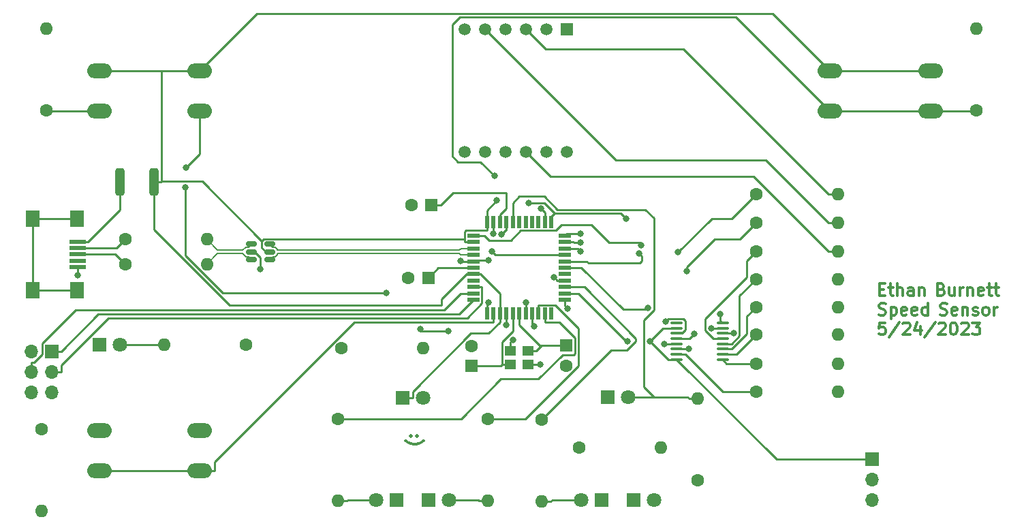
<source format=gbr>
%TF.GenerationSoftware,KiCad,Pcbnew,(7.0.0)*%
%TF.CreationDate,2023-05-30T12:42:47-06:00*%
%TF.ProjectId,GolfSpeedSensor,476f6c66-5370-4656-9564-53656e736f72,rev?*%
%TF.SameCoordinates,Original*%
%TF.FileFunction,Copper,L1,Top*%
%TF.FilePolarity,Positive*%
%FSLAX46Y46*%
G04 Gerber Fmt 4.6, Leading zero omitted, Abs format (unit mm)*
G04 Created by KiCad (PCBNEW (7.0.0)) date 2023-05-30 12:42:47*
%MOMM*%
%LPD*%
G01*
G04 APERTURE LIST*
G04 Aperture macros list*
%AMRoundRect*
0 Rectangle with rounded corners*
0 $1 Rounding radius*
0 $2 $3 $4 $5 $6 $7 $8 $9 X,Y pos of 4 corners*
0 Add a 4 corners polygon primitive as box body*
4,1,4,$2,$3,$4,$5,$6,$7,$8,$9,$2,$3,0*
0 Add four circle primitives for the rounded corners*
1,1,$1+$1,$2,$3*
1,1,$1+$1,$4,$5*
1,1,$1+$1,$6,$7*
1,1,$1+$1,$8,$9*
0 Add four rect primitives between the rounded corners*
20,1,$1+$1,$2,$3,$4,$5,0*
20,1,$1+$1,$4,$5,$6,$7,0*
20,1,$1+$1,$6,$7,$8,$9,0*
20,1,$1+$1,$8,$9,$2,$3,0*%
G04 Aperture macros list end*
%ADD10C,0.300000*%
%TA.AperFunction,NonConductor*%
%ADD11C,0.300000*%
%TD*%
%TA.AperFunction,SMDPad,CuDef*%
%ADD12R,1.500000X0.550000*%
%TD*%
%TA.AperFunction,SMDPad,CuDef*%
%ADD13R,0.550000X1.500000*%
%TD*%
%TA.AperFunction,ComponentPad*%
%ADD14C,1.600000*%
%TD*%
%TA.AperFunction,ComponentPad*%
%ADD15O,1.600000X1.600000*%
%TD*%
%TA.AperFunction,SMDPad,CuDef*%
%ADD16R,2.000000X0.500000*%
%TD*%
%TA.AperFunction,SMDPad,CuDef*%
%ADD17R,1.700000X2.000000*%
%TD*%
%TA.AperFunction,ComponentPad*%
%ADD18O,3.048000X1.850000*%
%TD*%
%TA.AperFunction,ComponentPad*%
%ADD19R,1.800000X1.800000*%
%TD*%
%TA.AperFunction,ComponentPad*%
%ADD20C,1.800000*%
%TD*%
%TA.AperFunction,SMDPad,CuDef*%
%ADD21R,1.400000X1.200000*%
%TD*%
%TA.AperFunction,ComponentPad*%
%ADD22R,1.700000X1.700000*%
%TD*%
%TA.AperFunction,ComponentPad*%
%ADD23O,1.700000X1.700000*%
%TD*%
%TA.AperFunction,SMDPad,CuDef*%
%ADD24RoundRect,0.150000X-0.512500X-0.150000X0.512500X-0.150000X0.512500X0.150000X-0.512500X0.150000X0*%
%TD*%
%TA.AperFunction,SMDPad,CuDef*%
%ADD25RoundRect,0.250000X-0.312500X-1.450000X0.312500X-1.450000X0.312500X1.450000X-0.312500X1.450000X0*%
%TD*%
%TA.AperFunction,ComponentPad*%
%ADD26R,1.600000X1.600000*%
%TD*%
%TA.AperFunction,ComponentPad*%
%ADD27R,1.500000X1.500000*%
%TD*%
%TA.AperFunction,ComponentPad*%
%ADD28C,1.500000*%
%TD*%
%TA.AperFunction,SMDPad,CuDef*%
%ADD29RoundRect,0.100000X0.637500X0.100000X-0.637500X0.100000X-0.637500X-0.100000X0.637500X-0.100000X0*%
%TD*%
%TA.AperFunction,ViaPad*%
%ADD30C,0.800000*%
%TD*%
%TA.AperFunction,Conductor*%
%ADD31C,0.250000*%
%TD*%
%TA.AperFunction,Conductor*%
%ADD32C,0.200000*%
%TD*%
G04 APERTURE END LIST*
D10*
D11*
X195357142Y-96027857D02*
X195857142Y-96027857D01*
X196071428Y-96813571D02*
X195357142Y-96813571D01*
X195357142Y-96813571D02*
X195357142Y-95313571D01*
X195357142Y-95313571D02*
X196071428Y-95313571D01*
X196500000Y-95813571D02*
X197071428Y-95813571D01*
X196714285Y-95313571D02*
X196714285Y-96599285D01*
X196714285Y-96599285D02*
X196785714Y-96742142D01*
X196785714Y-96742142D02*
X196928571Y-96813571D01*
X196928571Y-96813571D02*
X197071428Y-96813571D01*
X197571428Y-96813571D02*
X197571428Y-95313571D01*
X198214286Y-96813571D02*
X198214286Y-96027857D01*
X198214286Y-96027857D02*
X198142857Y-95885000D01*
X198142857Y-95885000D02*
X198000000Y-95813571D01*
X198000000Y-95813571D02*
X197785714Y-95813571D01*
X197785714Y-95813571D02*
X197642857Y-95885000D01*
X197642857Y-95885000D02*
X197571428Y-95956428D01*
X199571429Y-96813571D02*
X199571429Y-96027857D01*
X199571429Y-96027857D02*
X199500000Y-95885000D01*
X199500000Y-95885000D02*
X199357143Y-95813571D01*
X199357143Y-95813571D02*
X199071429Y-95813571D01*
X199071429Y-95813571D02*
X198928571Y-95885000D01*
X199571429Y-96742142D02*
X199428571Y-96813571D01*
X199428571Y-96813571D02*
X199071429Y-96813571D01*
X199071429Y-96813571D02*
X198928571Y-96742142D01*
X198928571Y-96742142D02*
X198857143Y-96599285D01*
X198857143Y-96599285D02*
X198857143Y-96456428D01*
X198857143Y-96456428D02*
X198928571Y-96313571D01*
X198928571Y-96313571D02*
X199071429Y-96242142D01*
X199071429Y-96242142D02*
X199428571Y-96242142D01*
X199428571Y-96242142D02*
X199571429Y-96170714D01*
X200285714Y-95813571D02*
X200285714Y-96813571D01*
X200285714Y-95956428D02*
X200357143Y-95885000D01*
X200357143Y-95885000D02*
X200500000Y-95813571D01*
X200500000Y-95813571D02*
X200714286Y-95813571D01*
X200714286Y-95813571D02*
X200857143Y-95885000D01*
X200857143Y-95885000D02*
X200928572Y-96027857D01*
X200928572Y-96027857D02*
X200928572Y-96813571D01*
X203042857Y-96027857D02*
X203257143Y-96099285D01*
X203257143Y-96099285D02*
X203328572Y-96170714D01*
X203328572Y-96170714D02*
X203400000Y-96313571D01*
X203400000Y-96313571D02*
X203400000Y-96527857D01*
X203400000Y-96527857D02*
X203328572Y-96670714D01*
X203328572Y-96670714D02*
X203257143Y-96742142D01*
X203257143Y-96742142D02*
X203114286Y-96813571D01*
X203114286Y-96813571D02*
X202542857Y-96813571D01*
X202542857Y-96813571D02*
X202542857Y-95313571D01*
X202542857Y-95313571D02*
X203042857Y-95313571D01*
X203042857Y-95313571D02*
X203185715Y-95385000D01*
X203185715Y-95385000D02*
X203257143Y-95456428D01*
X203257143Y-95456428D02*
X203328572Y-95599285D01*
X203328572Y-95599285D02*
X203328572Y-95742142D01*
X203328572Y-95742142D02*
X203257143Y-95885000D01*
X203257143Y-95885000D02*
X203185715Y-95956428D01*
X203185715Y-95956428D02*
X203042857Y-96027857D01*
X203042857Y-96027857D02*
X202542857Y-96027857D01*
X204685715Y-95813571D02*
X204685715Y-96813571D01*
X204042857Y-95813571D02*
X204042857Y-96599285D01*
X204042857Y-96599285D02*
X204114286Y-96742142D01*
X204114286Y-96742142D02*
X204257143Y-96813571D01*
X204257143Y-96813571D02*
X204471429Y-96813571D01*
X204471429Y-96813571D02*
X204614286Y-96742142D01*
X204614286Y-96742142D02*
X204685715Y-96670714D01*
X205400000Y-96813571D02*
X205400000Y-95813571D01*
X205400000Y-96099285D02*
X205471429Y-95956428D01*
X205471429Y-95956428D02*
X205542858Y-95885000D01*
X205542858Y-95885000D02*
X205685715Y-95813571D01*
X205685715Y-95813571D02*
X205828572Y-95813571D01*
X206328571Y-95813571D02*
X206328571Y-96813571D01*
X206328571Y-95956428D02*
X206400000Y-95885000D01*
X206400000Y-95885000D02*
X206542857Y-95813571D01*
X206542857Y-95813571D02*
X206757143Y-95813571D01*
X206757143Y-95813571D02*
X206900000Y-95885000D01*
X206900000Y-95885000D02*
X206971429Y-96027857D01*
X206971429Y-96027857D02*
X206971429Y-96813571D01*
X208257143Y-96742142D02*
X208114286Y-96813571D01*
X208114286Y-96813571D02*
X207828572Y-96813571D01*
X207828572Y-96813571D02*
X207685714Y-96742142D01*
X207685714Y-96742142D02*
X207614286Y-96599285D01*
X207614286Y-96599285D02*
X207614286Y-96027857D01*
X207614286Y-96027857D02*
X207685714Y-95885000D01*
X207685714Y-95885000D02*
X207828572Y-95813571D01*
X207828572Y-95813571D02*
X208114286Y-95813571D01*
X208114286Y-95813571D02*
X208257143Y-95885000D01*
X208257143Y-95885000D02*
X208328572Y-96027857D01*
X208328572Y-96027857D02*
X208328572Y-96170714D01*
X208328572Y-96170714D02*
X207614286Y-96313571D01*
X208757143Y-95813571D02*
X209328571Y-95813571D01*
X208971428Y-95313571D02*
X208971428Y-96599285D01*
X208971428Y-96599285D02*
X209042857Y-96742142D01*
X209042857Y-96742142D02*
X209185714Y-96813571D01*
X209185714Y-96813571D02*
X209328571Y-96813571D01*
X209614286Y-95813571D02*
X210185714Y-95813571D01*
X209828571Y-95313571D02*
X209828571Y-96599285D01*
X209828571Y-96599285D02*
X209900000Y-96742142D01*
X209900000Y-96742142D02*
X210042857Y-96813571D01*
X210042857Y-96813571D02*
X210185714Y-96813571D01*
X195285714Y-99172142D02*
X195500000Y-99243571D01*
X195500000Y-99243571D02*
X195857142Y-99243571D01*
X195857142Y-99243571D02*
X196000000Y-99172142D01*
X196000000Y-99172142D02*
X196071428Y-99100714D01*
X196071428Y-99100714D02*
X196142857Y-98957857D01*
X196142857Y-98957857D02*
X196142857Y-98815000D01*
X196142857Y-98815000D02*
X196071428Y-98672142D01*
X196071428Y-98672142D02*
X196000000Y-98600714D01*
X196000000Y-98600714D02*
X195857142Y-98529285D01*
X195857142Y-98529285D02*
X195571428Y-98457857D01*
X195571428Y-98457857D02*
X195428571Y-98386428D01*
X195428571Y-98386428D02*
X195357142Y-98315000D01*
X195357142Y-98315000D02*
X195285714Y-98172142D01*
X195285714Y-98172142D02*
X195285714Y-98029285D01*
X195285714Y-98029285D02*
X195357142Y-97886428D01*
X195357142Y-97886428D02*
X195428571Y-97815000D01*
X195428571Y-97815000D02*
X195571428Y-97743571D01*
X195571428Y-97743571D02*
X195928571Y-97743571D01*
X195928571Y-97743571D02*
X196142857Y-97815000D01*
X196785713Y-98243571D02*
X196785713Y-99743571D01*
X196785713Y-98315000D02*
X196928571Y-98243571D01*
X196928571Y-98243571D02*
X197214285Y-98243571D01*
X197214285Y-98243571D02*
X197357142Y-98315000D01*
X197357142Y-98315000D02*
X197428571Y-98386428D01*
X197428571Y-98386428D02*
X197499999Y-98529285D01*
X197499999Y-98529285D02*
X197499999Y-98957857D01*
X197499999Y-98957857D02*
X197428571Y-99100714D01*
X197428571Y-99100714D02*
X197357142Y-99172142D01*
X197357142Y-99172142D02*
X197214285Y-99243571D01*
X197214285Y-99243571D02*
X196928571Y-99243571D01*
X196928571Y-99243571D02*
X196785713Y-99172142D01*
X198714285Y-99172142D02*
X198571428Y-99243571D01*
X198571428Y-99243571D02*
X198285714Y-99243571D01*
X198285714Y-99243571D02*
X198142856Y-99172142D01*
X198142856Y-99172142D02*
X198071428Y-99029285D01*
X198071428Y-99029285D02*
X198071428Y-98457857D01*
X198071428Y-98457857D02*
X198142856Y-98315000D01*
X198142856Y-98315000D02*
X198285714Y-98243571D01*
X198285714Y-98243571D02*
X198571428Y-98243571D01*
X198571428Y-98243571D02*
X198714285Y-98315000D01*
X198714285Y-98315000D02*
X198785714Y-98457857D01*
X198785714Y-98457857D02*
X198785714Y-98600714D01*
X198785714Y-98600714D02*
X198071428Y-98743571D01*
X199999999Y-99172142D02*
X199857142Y-99243571D01*
X199857142Y-99243571D02*
X199571428Y-99243571D01*
X199571428Y-99243571D02*
X199428570Y-99172142D01*
X199428570Y-99172142D02*
X199357142Y-99029285D01*
X199357142Y-99029285D02*
X199357142Y-98457857D01*
X199357142Y-98457857D02*
X199428570Y-98315000D01*
X199428570Y-98315000D02*
X199571428Y-98243571D01*
X199571428Y-98243571D02*
X199857142Y-98243571D01*
X199857142Y-98243571D02*
X199999999Y-98315000D01*
X199999999Y-98315000D02*
X200071428Y-98457857D01*
X200071428Y-98457857D02*
X200071428Y-98600714D01*
X200071428Y-98600714D02*
X199357142Y-98743571D01*
X201357142Y-99243571D02*
X201357142Y-97743571D01*
X201357142Y-99172142D02*
X201214284Y-99243571D01*
X201214284Y-99243571D02*
X200928570Y-99243571D01*
X200928570Y-99243571D02*
X200785713Y-99172142D01*
X200785713Y-99172142D02*
X200714284Y-99100714D01*
X200714284Y-99100714D02*
X200642856Y-98957857D01*
X200642856Y-98957857D02*
X200642856Y-98529285D01*
X200642856Y-98529285D02*
X200714284Y-98386428D01*
X200714284Y-98386428D02*
X200785713Y-98315000D01*
X200785713Y-98315000D02*
X200928570Y-98243571D01*
X200928570Y-98243571D02*
X201214284Y-98243571D01*
X201214284Y-98243571D02*
X201357142Y-98315000D01*
X202899999Y-99172142D02*
X203114285Y-99243571D01*
X203114285Y-99243571D02*
X203471427Y-99243571D01*
X203471427Y-99243571D02*
X203614285Y-99172142D01*
X203614285Y-99172142D02*
X203685713Y-99100714D01*
X203685713Y-99100714D02*
X203757142Y-98957857D01*
X203757142Y-98957857D02*
X203757142Y-98815000D01*
X203757142Y-98815000D02*
X203685713Y-98672142D01*
X203685713Y-98672142D02*
X203614285Y-98600714D01*
X203614285Y-98600714D02*
X203471427Y-98529285D01*
X203471427Y-98529285D02*
X203185713Y-98457857D01*
X203185713Y-98457857D02*
X203042856Y-98386428D01*
X203042856Y-98386428D02*
X202971427Y-98315000D01*
X202971427Y-98315000D02*
X202899999Y-98172142D01*
X202899999Y-98172142D02*
X202899999Y-98029285D01*
X202899999Y-98029285D02*
X202971427Y-97886428D01*
X202971427Y-97886428D02*
X203042856Y-97815000D01*
X203042856Y-97815000D02*
X203185713Y-97743571D01*
X203185713Y-97743571D02*
X203542856Y-97743571D01*
X203542856Y-97743571D02*
X203757142Y-97815000D01*
X204971427Y-99172142D02*
X204828570Y-99243571D01*
X204828570Y-99243571D02*
X204542856Y-99243571D01*
X204542856Y-99243571D02*
X204399998Y-99172142D01*
X204399998Y-99172142D02*
X204328570Y-99029285D01*
X204328570Y-99029285D02*
X204328570Y-98457857D01*
X204328570Y-98457857D02*
X204399998Y-98315000D01*
X204399998Y-98315000D02*
X204542856Y-98243571D01*
X204542856Y-98243571D02*
X204828570Y-98243571D01*
X204828570Y-98243571D02*
X204971427Y-98315000D01*
X204971427Y-98315000D02*
X205042856Y-98457857D01*
X205042856Y-98457857D02*
X205042856Y-98600714D01*
X205042856Y-98600714D02*
X204328570Y-98743571D01*
X205685712Y-98243571D02*
X205685712Y-99243571D01*
X205685712Y-98386428D02*
X205757141Y-98315000D01*
X205757141Y-98315000D02*
X205899998Y-98243571D01*
X205899998Y-98243571D02*
X206114284Y-98243571D01*
X206114284Y-98243571D02*
X206257141Y-98315000D01*
X206257141Y-98315000D02*
X206328570Y-98457857D01*
X206328570Y-98457857D02*
X206328570Y-99243571D01*
X206971427Y-99172142D02*
X207114284Y-99243571D01*
X207114284Y-99243571D02*
X207399998Y-99243571D01*
X207399998Y-99243571D02*
X207542855Y-99172142D01*
X207542855Y-99172142D02*
X207614284Y-99029285D01*
X207614284Y-99029285D02*
X207614284Y-98957857D01*
X207614284Y-98957857D02*
X207542855Y-98815000D01*
X207542855Y-98815000D02*
X207399998Y-98743571D01*
X207399998Y-98743571D02*
X207185713Y-98743571D01*
X207185713Y-98743571D02*
X207042855Y-98672142D01*
X207042855Y-98672142D02*
X206971427Y-98529285D01*
X206971427Y-98529285D02*
X206971427Y-98457857D01*
X206971427Y-98457857D02*
X207042855Y-98315000D01*
X207042855Y-98315000D02*
X207185713Y-98243571D01*
X207185713Y-98243571D02*
X207399998Y-98243571D01*
X207399998Y-98243571D02*
X207542855Y-98315000D01*
X208471427Y-99243571D02*
X208328570Y-99172142D01*
X208328570Y-99172142D02*
X208257141Y-99100714D01*
X208257141Y-99100714D02*
X208185713Y-98957857D01*
X208185713Y-98957857D02*
X208185713Y-98529285D01*
X208185713Y-98529285D02*
X208257141Y-98386428D01*
X208257141Y-98386428D02*
X208328570Y-98315000D01*
X208328570Y-98315000D02*
X208471427Y-98243571D01*
X208471427Y-98243571D02*
X208685713Y-98243571D01*
X208685713Y-98243571D02*
X208828570Y-98315000D01*
X208828570Y-98315000D02*
X208899999Y-98386428D01*
X208899999Y-98386428D02*
X208971427Y-98529285D01*
X208971427Y-98529285D02*
X208971427Y-98957857D01*
X208971427Y-98957857D02*
X208899999Y-99100714D01*
X208899999Y-99100714D02*
X208828570Y-99172142D01*
X208828570Y-99172142D02*
X208685713Y-99243571D01*
X208685713Y-99243571D02*
X208471427Y-99243571D01*
X209614284Y-99243571D02*
X209614284Y-98243571D01*
X209614284Y-98529285D02*
X209685713Y-98386428D01*
X209685713Y-98386428D02*
X209757142Y-98315000D01*
X209757142Y-98315000D02*
X209899999Y-98243571D01*
X209899999Y-98243571D02*
X210042856Y-98243571D01*
X196071428Y-100173571D02*
X195357142Y-100173571D01*
X195357142Y-100173571D02*
X195285714Y-100887857D01*
X195285714Y-100887857D02*
X195357142Y-100816428D01*
X195357142Y-100816428D02*
X195500000Y-100745000D01*
X195500000Y-100745000D02*
X195857142Y-100745000D01*
X195857142Y-100745000D02*
X196000000Y-100816428D01*
X196000000Y-100816428D02*
X196071428Y-100887857D01*
X196071428Y-100887857D02*
X196142857Y-101030714D01*
X196142857Y-101030714D02*
X196142857Y-101387857D01*
X196142857Y-101387857D02*
X196071428Y-101530714D01*
X196071428Y-101530714D02*
X196000000Y-101602142D01*
X196000000Y-101602142D02*
X195857142Y-101673571D01*
X195857142Y-101673571D02*
X195500000Y-101673571D01*
X195500000Y-101673571D02*
X195357142Y-101602142D01*
X195357142Y-101602142D02*
X195285714Y-101530714D01*
X197857142Y-100102142D02*
X196571428Y-102030714D01*
X198285714Y-100316428D02*
X198357142Y-100245000D01*
X198357142Y-100245000D02*
X198500000Y-100173571D01*
X198500000Y-100173571D02*
X198857142Y-100173571D01*
X198857142Y-100173571D02*
X199000000Y-100245000D01*
X199000000Y-100245000D02*
X199071428Y-100316428D01*
X199071428Y-100316428D02*
X199142857Y-100459285D01*
X199142857Y-100459285D02*
X199142857Y-100602142D01*
X199142857Y-100602142D02*
X199071428Y-100816428D01*
X199071428Y-100816428D02*
X198214285Y-101673571D01*
X198214285Y-101673571D02*
X199142857Y-101673571D01*
X200428571Y-100673571D02*
X200428571Y-101673571D01*
X200071428Y-100102142D02*
X199714285Y-101173571D01*
X199714285Y-101173571D02*
X200642856Y-101173571D01*
X202285713Y-100102142D02*
X200999999Y-102030714D01*
X202714285Y-100316428D02*
X202785713Y-100245000D01*
X202785713Y-100245000D02*
X202928571Y-100173571D01*
X202928571Y-100173571D02*
X203285713Y-100173571D01*
X203285713Y-100173571D02*
X203428571Y-100245000D01*
X203428571Y-100245000D02*
X203499999Y-100316428D01*
X203499999Y-100316428D02*
X203571428Y-100459285D01*
X203571428Y-100459285D02*
X203571428Y-100602142D01*
X203571428Y-100602142D02*
X203499999Y-100816428D01*
X203499999Y-100816428D02*
X202642856Y-101673571D01*
X202642856Y-101673571D02*
X203571428Y-101673571D01*
X204499999Y-100173571D02*
X204642856Y-100173571D01*
X204642856Y-100173571D02*
X204785713Y-100245000D01*
X204785713Y-100245000D02*
X204857142Y-100316428D01*
X204857142Y-100316428D02*
X204928570Y-100459285D01*
X204928570Y-100459285D02*
X204999999Y-100745000D01*
X204999999Y-100745000D02*
X204999999Y-101102142D01*
X204999999Y-101102142D02*
X204928570Y-101387857D01*
X204928570Y-101387857D02*
X204857142Y-101530714D01*
X204857142Y-101530714D02*
X204785713Y-101602142D01*
X204785713Y-101602142D02*
X204642856Y-101673571D01*
X204642856Y-101673571D02*
X204499999Y-101673571D01*
X204499999Y-101673571D02*
X204357142Y-101602142D01*
X204357142Y-101602142D02*
X204285713Y-101530714D01*
X204285713Y-101530714D02*
X204214284Y-101387857D01*
X204214284Y-101387857D02*
X204142856Y-101102142D01*
X204142856Y-101102142D02*
X204142856Y-100745000D01*
X204142856Y-100745000D02*
X204214284Y-100459285D01*
X204214284Y-100459285D02*
X204285713Y-100316428D01*
X204285713Y-100316428D02*
X204357142Y-100245000D01*
X204357142Y-100245000D02*
X204499999Y-100173571D01*
X205571427Y-100316428D02*
X205642855Y-100245000D01*
X205642855Y-100245000D02*
X205785713Y-100173571D01*
X205785713Y-100173571D02*
X206142855Y-100173571D01*
X206142855Y-100173571D02*
X206285713Y-100245000D01*
X206285713Y-100245000D02*
X206357141Y-100316428D01*
X206357141Y-100316428D02*
X206428570Y-100459285D01*
X206428570Y-100459285D02*
X206428570Y-100602142D01*
X206428570Y-100602142D02*
X206357141Y-100816428D01*
X206357141Y-100816428D02*
X205499998Y-101673571D01*
X205499998Y-101673571D02*
X206428570Y-101673571D01*
X206928569Y-100173571D02*
X207857141Y-100173571D01*
X207857141Y-100173571D02*
X207357141Y-100745000D01*
X207357141Y-100745000D02*
X207571426Y-100745000D01*
X207571426Y-100745000D02*
X207714284Y-100816428D01*
X207714284Y-100816428D02*
X207785712Y-100887857D01*
X207785712Y-100887857D02*
X207857141Y-101030714D01*
X207857141Y-101030714D02*
X207857141Y-101387857D01*
X207857141Y-101387857D02*
X207785712Y-101530714D01*
X207785712Y-101530714D02*
X207714284Y-101602142D01*
X207714284Y-101602142D02*
X207571426Y-101673571D01*
X207571426Y-101673571D02*
X207142855Y-101673571D01*
X207142855Y-101673571D02*
X206999998Y-101602142D01*
X206999998Y-101602142D02*
X206928569Y-101530714D01*
D10*
D11*
X137169285Y-114257142D02*
X137097857Y-114328571D01*
X137097857Y-114328571D02*
X137026428Y-114257142D01*
X137026428Y-114257142D02*
X137097857Y-114185714D01*
X137097857Y-114185714D02*
X137169285Y-114257142D01*
X137169285Y-114257142D02*
X137026428Y-114257142D01*
X137955000Y-114257142D02*
X137883571Y-114328571D01*
X137883571Y-114328571D02*
X137812142Y-114257142D01*
X137812142Y-114257142D02*
X137883571Y-114185714D01*
X137883571Y-114185714D02*
X137955000Y-114257142D01*
X137955000Y-114257142D02*
X137812142Y-114257142D01*
X136455000Y-114828571D02*
X136526428Y-114900000D01*
X136526428Y-114900000D02*
X136740714Y-115042857D01*
X136740714Y-115042857D02*
X136883571Y-115114286D01*
X136883571Y-115114286D02*
X137097857Y-115185714D01*
X137097857Y-115185714D02*
X137455000Y-115257143D01*
X137455000Y-115257143D02*
X137740714Y-115257143D01*
X137740714Y-115257143D02*
X138097857Y-115185714D01*
X138097857Y-115185714D02*
X138312142Y-115114286D01*
X138312142Y-115114286D02*
X138455000Y-115042857D01*
X138455000Y-115042857D02*
X138669285Y-114900000D01*
X138669285Y-114900000D02*
X138740714Y-114828571D01*
D12*
%TO.P,U1,1,PE6*%
%TO.N,ST_CP*%
X144889999Y-89349999D03*
%TO.P,U1,2,UVCC*%
%TO.N,+5V*%
X144889999Y-90149999D03*
%TO.P,U1,3,D-*%
%TO.N,USB_D-*%
X144889999Y-90949999D03*
%TO.P,U1,4,D+*%
%TO.N,USB_D+*%
X144889999Y-91749999D03*
%TO.P,U1,5,UGND*%
%TO.N,GND*%
X144889999Y-92549999D03*
%TO.P,U1,6,UCAP*%
%TO.N,/UCAP*%
X144889999Y-93349999D03*
%TO.P,U1,7,VBUS*%
%TO.N,+5V*%
X144889999Y-94149999D03*
%TO.P,U1,8,PB0*%
%TO.N,unconnected-(U1-PB0-Pad8)*%
X144889999Y-94949999D03*
%TO.P,U1,9,PB1*%
%TO.N,SCK*%
X144889999Y-95749999D03*
%TO.P,U1,10,PB2*%
%TO.N,MOSI*%
X144889999Y-96549999D03*
%TO.P,U1,11,PB3*%
%TO.N,MISO*%
X144889999Y-97349999D03*
D13*
%TO.P,U1,12,PB7*%
%TO.N,Dig3*%
X146589999Y-99049999D03*
%TO.P,U1,13,~{RESET}*%
%TO.N,RST*%
X147389999Y-99049999D03*
%TO.P,U1,14,VCC*%
%TO.N,+5V*%
X148189999Y-99049999D03*
%TO.P,U1,15,GND*%
%TO.N,GND*%
X148989999Y-99049999D03*
%TO.P,U1,16,XTAL2*%
%TO.N,XTAL2*%
X149789999Y-99049999D03*
%TO.P,U1,17,XTAL1*%
%TO.N,XTAL1*%
X150589999Y-99049999D03*
%TO.P,U1,18,PD0*%
%TO.N,Button_2*%
X151389999Y-99049999D03*
%TO.P,U1,19,PD1*%
%TO.N,Button_1*%
X152189999Y-99049999D03*
%TO.P,U1,20,PD2*%
%TO.N,Red_LED2*%
X152989999Y-99049999D03*
%TO.P,U1,21,PD3*%
%TO.N,Green_LED2*%
X153789999Y-99049999D03*
%TO.P,U1,22,PD5*%
%TO.N,unconnected-(U1-PD5-Pad22)*%
X154589999Y-99049999D03*
D12*
%TO.P,U1,23,GND*%
%TO.N,GND*%
X156289999Y-97349999D03*
%TO.P,U1,24,AVCC*%
%TO.N,+5V*%
X156289999Y-96549999D03*
%TO.P,U1,25,PD4*%
%TO.N,Green_LED1*%
X156289999Y-95749999D03*
%TO.P,U1,26,PD6*%
%TO.N,Dig2*%
X156289999Y-94949999D03*
%TO.P,U1,27,PD7*%
%TO.N,unconnected-(U1-PD7-Pad27)*%
X156289999Y-94149999D03*
%TO.P,U1,28,PB4*%
%TO.N,SH_CP*%
X156289999Y-93349999D03*
%TO.P,U1,29,PB5*%
%TO.N,DS*%
X156289999Y-92549999D03*
%TO.P,U1,30,PB6*%
%TO.N,Dig4*%
X156289999Y-91749999D03*
%TO.P,U1,31,PC6*%
%TO.N,Red_LED1*%
X156289999Y-90949999D03*
%TO.P,U1,32,PC7*%
%TO.N,Dig1*%
X156289999Y-90149999D03*
%TO.P,U1,33,~{HWB}/PE2*%
%TO.N,GND*%
X156289999Y-89349999D03*
D13*
%TO.P,U1,34,VCC*%
%TO.N,+5V*%
X154589999Y-87649999D03*
%TO.P,U1,35,GND*%
%TO.N,GND*%
X153789999Y-87649999D03*
%TO.P,U1,36,PF7*%
%TO.N,unconnected-(U1-PF7-Pad36)*%
X152989999Y-87649999D03*
%TO.P,U1,37,PF6*%
%TO.N,unconnected-(U1-PF6-Pad37)*%
X152189999Y-87649999D03*
%TO.P,U1,38,PF5*%
%TO.N,unconnected-(U1-PF5-Pad38)*%
X151389999Y-87649999D03*
%TO.P,U1,39,PF4*%
%TO.N,unconnected-(U1-PF4-Pad39)*%
X150589999Y-87649999D03*
%TO.P,U1,40,PF1*%
%TO.N,Beam_1*%
X149789999Y-87649999D03*
%TO.P,U1,41,PF0*%
%TO.N,Beam_2*%
X148989999Y-87649999D03*
%TO.P,U1,42,AREF*%
%TO.N,/AREF*%
X148189999Y-87649999D03*
%TO.P,U1,43,GND*%
%TO.N,GND*%
X147389999Y-87649999D03*
%TO.P,U1,44,AVCC*%
%TO.N,+5V*%
X146589999Y-87649999D03*
%TD*%
D14*
%TO.P,R11,1*%
%TO.N,dp*%
X180010000Y-84250000D03*
D15*
%TO.P,R11,2*%
%TO.N,Net-(U4-DPX)*%
X190169999Y-84249999D03*
%TD*%
D16*
%TO.P,J1,1,VBUS*%
%TO.N,Net-(J1-VBUS)*%
X95699999Y-90099999D03*
%TO.P,J1,2,D-*%
%TO.N,Net-(J1-D-)*%
X95699999Y-90899999D03*
%TO.P,J1,3,D+*%
%TO.N,Net-(J1-D+)*%
X95699999Y-91699999D03*
%TO.P,J1,4,ID*%
%TO.N,unconnected-(J1-ID-Pad4)*%
X95699999Y-92499999D03*
%TO.P,J1,5,GND*%
%TO.N,GND*%
X95699999Y-93299999D03*
D17*
%TO.P,J1,6,Shield*%
%TO.N,unconnected-(J1-Shield-Pad6)*%
X95599999Y-87249999D03*
X90149999Y-87249999D03*
X95599999Y-96149999D03*
X90149999Y-96149999D03*
%TD*%
D18*
%TO.P,SW3,1,1*%
%TO.N,GND*%
X98389999Y-113549999D03*
X110889999Y-113549999D03*
%TO.P,SW3,2,2*%
%TO.N,RST*%
X98389999Y-118549999D03*
X110889999Y-118549999D03*
%TD*%
D19*
%TO.P,D2,1,K*%
%TO.N,GND*%
X160864999Y-122249999D03*
D20*
%TO.P,D2,2,A*%
%TO.N,Net-(D2-A)*%
X158325000Y-122250000D03*
%TD*%
D21*
%TO.P,Y1,1,1*%
%TO.N,XTAL1*%
X151689999Y-103699999D03*
%TO.P,Y1,2,2*%
%TO.N,GND*%
X149489999Y-103699999D03*
%TO.P,Y1,3,3*%
%TO.N,XTAL2*%
X149489999Y-105399999D03*
%TO.P,Y1,4,4*%
%TO.N,GND*%
X151689999Y-105399999D03*
%TD*%
D14*
%TO.P,R8,1*%
%TO.N,e*%
X180010000Y-94750000D03*
D15*
%TO.P,R8,2*%
%TO.N,Net-(U4-e)*%
X190169999Y-94749999D03*
%TD*%
D14*
%TO.P,R10,1*%
%TO.N,g*%
X180010000Y-87750000D03*
D15*
%TO.P,R10,2*%
%TO.N,Net-(U4-g)*%
X190169999Y-87749999D03*
%TD*%
D22*
%TO.P,J3,1,Pin_1*%
%TO.N,+5V*%
X194399999Y-117174999D03*
D23*
%TO.P,J3,2,Pin_2*%
%TO.N,GND*%
X194399999Y-119714999D03*
%TO.P,J3,3,Pin_3*%
%TO.N,+3.3V*%
X194399999Y-122254999D03*
%TD*%
D14*
%TO.P,R2,1*%
%TO.N,Net-(J1-D-)*%
X101620000Y-89825000D03*
D15*
%TO.P,R2,2*%
%TO.N,USB_CONN_D-*%
X111779999Y-89824999D03*
%TD*%
D14*
%TO.P,R22,1*%
%TO.N,GND*%
X128510000Y-103350000D03*
D15*
%TO.P,R22,2*%
%TO.N,Beam_2*%
X138669999Y-103349999D03*
%TD*%
D19*
%TO.P,R19,1*%
%TO.N,+5V*%
X161549999Y-109449999D03*
D20*
%TO.P,R19,2*%
%TO.N,Beam_1*%
X164090000Y-109450000D03*
%TD*%
D14*
%TO.P,R17,1*%
%TO.N,Red_LED2*%
X146700000Y-112170000D03*
D15*
%TO.P,R17,2*%
%TO.N,Net-(D5-A)*%
X146699999Y-122329999D03*
%TD*%
D18*
%TO.P,SW1,1,1*%
%TO.N,+5V*%
X98389999Y-68849999D03*
X110889999Y-68849999D03*
%TO.P,SW1,2,2*%
%TO.N,Button_1*%
X98389999Y-73849999D03*
X110889999Y-73849999D03*
%TD*%
D24*
%TO.P,U2,1,I/O1*%
%TO.N,USB_CONN_D-*%
X117312500Y-90425000D03*
%TO.P,U2,2,GND*%
%TO.N,GND*%
X117312500Y-91375000D03*
%TO.P,U2,3,I/O2*%
%TO.N,USB_CONN_D+*%
X117312500Y-92325000D03*
%TO.P,U2,4,I/O2*%
%TO.N,USB_D+*%
X119587500Y-92325000D03*
%TO.P,U2,5,VBUS*%
%TO.N,+5V*%
X119587500Y-91375000D03*
%TO.P,U2,6,I/O1*%
%TO.N,USB_D-*%
X119587500Y-90425000D03*
%TD*%
D14*
%TO.P,R12,1*%
%TO.N,Green_LED1*%
X153400000Y-112220000D03*
D15*
%TO.P,R12,2*%
%TO.N,Net-(D2-A)*%
X153399999Y-122379999D03*
%TD*%
D14*
%TO.P,R20,1*%
%TO.N,GND*%
X172790000Y-119730000D03*
D15*
%TO.P,R20,2*%
%TO.N,Beam_1*%
X172789999Y-109569999D03*
%TD*%
D14*
%TO.P,R7,1*%
%TO.N,d*%
X180010000Y-98250000D03*
D15*
%TO.P,R7,2*%
%TO.N,Net-(U4-d)*%
X190169999Y-98249999D03*
%TD*%
D14*
%TO.P,R1,1*%
%TO.N,Net-(J1-D+)*%
X101620000Y-92925000D03*
D15*
%TO.P,R1,2*%
%TO.N,USB_CONN_D+*%
X111779999Y-92924999D03*
%TD*%
D19*
%TO.P,D1,1,K*%
%TO.N,GND*%
X98449999Y-102949999D03*
D20*
%TO.P,D1,2,A*%
%TO.N,Net-(D1-A)*%
X100990000Y-102950000D03*
%TD*%
D19*
%TO.P,D3,1,K*%
%TO.N,GND*%
X164814999Y-122249999D03*
D20*
%TO.P,D3,2,A*%
%TO.N,Net-(D3-A)*%
X167355000Y-122250000D03*
%TD*%
D25*
%TO.P,F1,1*%
%TO.N,Net-(J1-VBUS)*%
X100952500Y-82650000D03*
%TO.P,F1,2*%
%TO.N,+5V*%
X105227500Y-82650000D03*
%TD*%
D19*
%TO.P,R21,1*%
%TO.N,+5V*%
X136114999Y-109549999D03*
D20*
%TO.P,R21,2*%
%TO.N,Beam_2*%
X138655000Y-109550000D03*
%TD*%
D22*
%TO.P,J2,1,MISO*%
%TO.N,MISO*%
X92489999Y-103774999D03*
D23*
%TO.P,J2,2,VCC*%
%TO.N,+5V*%
X89949999Y-103774999D03*
%TO.P,J2,3,SCK*%
%TO.N,SCK*%
X92489999Y-106314999D03*
%TO.P,J2,4,MOSI*%
%TO.N,MOSI*%
X89949999Y-106314999D03*
%TO.P,J2,5,~{RST}*%
%TO.N,RST*%
X92489999Y-108854999D03*
%TO.P,J2,6,GND*%
%TO.N,GND*%
X89949999Y-108854999D03*
%TD*%
D14*
%TO.P,R16,1*%
%TO.N,Green_LED2*%
X128100000Y-112120000D03*
D15*
%TO.P,R16,2*%
%TO.N,Net-(D4-A)*%
X128099999Y-122279999D03*
%TD*%
D14*
%TO.P,R5,1*%
%TO.N,b*%
X180010000Y-105250000D03*
D15*
%TO.P,R5,2*%
%TO.N,Net-(U4-b)*%
X190169999Y-105249999D03*
%TD*%
D19*
%TO.P,D5,1,K*%
%TO.N,GND*%
X139314999Y-122249999D03*
D20*
%TO.P,D5,2,A*%
%TO.N,Net-(D5-A)*%
X141855000Y-122250000D03*
%TD*%
D14*
%TO.P,R6,1*%
%TO.N,c*%
X180010000Y-101650000D03*
D15*
%TO.P,R6,2*%
%TO.N,Net-(U4-c)*%
X190169999Y-101649999D03*
%TD*%
D14*
%TO.P,R13,1*%
%TO.N,Red_LED1*%
X158020000Y-115700000D03*
D15*
%TO.P,R13,2*%
%TO.N,Net-(D3-A)*%
X168179999Y-115699999D03*
%TD*%
D26*
%TO.P,C3,1*%
%TO.N,/UCAP*%
X139299999Y-94599999D03*
D14*
%TO.P,C3,2*%
%TO.N,GND*%
X136800000Y-94600000D03*
%TD*%
D27*
%TO.P,U4,1,e*%
%TO.N,Net-(U4-e)*%
X156489999Y-63709999D03*
D28*
%TO.P,U4,2,d*%
%TO.N,Net-(U4-d)*%
X153950000Y-63710000D03*
%TO.P,U4,3,DPX*%
%TO.N,Net-(U4-DPX)*%
X151410000Y-63710000D03*
%TO.P,U4,4,c*%
%TO.N,Net-(U4-c)*%
X148870000Y-63710000D03*
%TO.P,U4,5,g*%
%TO.N,Net-(U4-g)*%
X146330000Y-63710000D03*
%TO.P,U4,6,CA4*%
%TO.N,Dig4*%
X143790000Y-63710000D03*
%TO.P,U4,7,b*%
%TO.N,Net-(U4-b)*%
X143790000Y-78950000D03*
%TO.P,U4,8,CA3*%
%TO.N,Dig3*%
X146330000Y-78950000D03*
%TO.P,U4,9,CA2*%
%TO.N,Dig2*%
X148870000Y-78950000D03*
%TO.P,U4,10,f*%
%TO.N,Net-(U4-f)*%
X151410000Y-78950000D03*
%TO.P,U4,11,a*%
%TO.N,Net-(U4-a)*%
X153950000Y-78950000D03*
%TO.P,U4,12,CA1*%
%TO.N,Dig1*%
X156490000Y-78950000D03*
%TD*%
D14*
%TO.P,R3,1*%
%TO.N,+5V*%
X116670000Y-102950000D03*
D15*
%TO.P,R3,2*%
%TO.N,Net-(D1-A)*%
X106509999Y-102949999D03*
%TD*%
D26*
%TO.P,C4,1*%
%TO.N,/AREF*%
X139695099Y-85549999D03*
D14*
%TO.P,C4,2*%
%TO.N,GND*%
X137195100Y-85550000D03*
%TD*%
D26*
%TO.P,C1,1*%
%TO.N,XTAL1*%
X156389999Y-103044899D03*
D14*
%TO.P,C1,2*%
%TO.N,GND*%
X156390000Y-105544900D03*
%TD*%
%TO.P,R14,1*%
%TO.N,Button_1*%
X91790000Y-73830000D03*
D15*
%TO.P,R14,2*%
%TO.N,GND*%
X91789999Y-63669999D03*
%TD*%
D14*
%TO.P,R15,1*%
%TO.N,Button_2*%
X207390000Y-73830000D03*
D15*
%TO.P,R15,2*%
%TO.N,GND*%
X207389999Y-63669999D03*
%TD*%
D29*
%TO.P,U3,1,QB*%
%TO.N,b*%
X175862500Y-104755000D03*
%TO.P,U3,2,QC*%
%TO.N,c*%
X175862500Y-104105000D03*
%TO.P,U3,3,QD*%
%TO.N,d*%
X175862500Y-103455000D03*
%TO.P,U3,4,QE*%
%TO.N,e*%
X175862500Y-102805000D03*
%TO.P,U3,5,QF*%
%TO.N,f*%
X175862500Y-102155000D03*
%TO.P,U3,6,QG*%
%TO.N,g*%
X175862500Y-101505000D03*
%TO.P,U3,7,QH*%
%TO.N,dp*%
X175862500Y-100855000D03*
%TO.P,U3,8,GND*%
%TO.N,GND*%
X175862500Y-100205000D03*
%TO.P,U3,9,QH'*%
%TO.N,unconnected-(U3-QH'-Pad9)*%
X170137500Y-100205000D03*
%TO.P,U3,10,~{SRCLR}*%
%TO.N,+5V*%
X170137500Y-100855000D03*
%TO.P,U3,11,SRCLK*%
%TO.N,SH_CP*%
X170137500Y-101505000D03*
%TO.P,U3,12,RCLK*%
%TO.N,ST_CP*%
X170137500Y-102155000D03*
%TO.P,U3,13,~{OE}*%
%TO.N,GND*%
X170137500Y-102805000D03*
%TO.P,U3,14,SER*%
%TO.N,DS*%
X170137500Y-103455000D03*
%TO.P,U3,15,QA*%
%TO.N,a*%
X170137500Y-104105000D03*
%TO.P,U3,16,VCC*%
%TO.N,+5V*%
X170137500Y-104755000D03*
%TD*%
D26*
%TO.P,C2,1*%
%TO.N,XTAL2*%
X144689999Y-105555099D03*
D14*
%TO.P,C2,2*%
%TO.N,GND*%
X144690000Y-103055100D03*
%TD*%
%TO.P,R9,1*%
%TO.N,f*%
X180010000Y-91350000D03*
D15*
%TO.P,R9,2*%
%TO.N,Net-(U4-f)*%
X190169999Y-91349999D03*
%TD*%
D14*
%TO.P,R4,1*%
%TO.N,a*%
X180010000Y-108750000D03*
D15*
%TO.P,R4,2*%
%TO.N,Net-(U4-a)*%
X190169999Y-108749999D03*
%TD*%
D19*
%TO.P,D4,1,K*%
%TO.N,GND*%
X135364999Y-122249999D03*
D20*
%TO.P,D4,2,A*%
%TO.N,Net-(D4-A)*%
X132825000Y-122250000D03*
%TD*%
D14*
%TO.P,R18,1*%
%TO.N,+5V*%
X91200000Y-113420000D03*
D15*
%TO.P,R18,2*%
%TO.N,RST*%
X91199999Y-123579999D03*
%TD*%
D18*
%TO.P,SW2,1,1*%
%TO.N,+5V*%
X189189999Y-68849999D03*
X201689999Y-68849999D03*
%TO.P,SW2,2,2*%
%TO.N,Button_2*%
X189189999Y-73849999D03*
X201689999Y-73849999D03*
%TD*%
D30*
%TO.N,GND*%
X168600000Y-102800000D03*
X146800000Y-92400000D03*
X143300000Y-92500000D03*
X158200000Y-89100000D03*
X149000000Y-100500000D03*
X175600000Y-99100000D03*
X153200000Y-105400000D03*
X153300000Y-86024500D03*
X149800000Y-102300000D03*
X156600000Y-98400000D03*
X147400000Y-89100000D03*
X118400000Y-93500000D03*
X95700000Y-94300000D03*
%TO.N,+5V*%
X147800000Y-85000000D03*
X151800000Y-85300000D03*
X163855000Y-87240000D03*
X166824500Y-102480000D03*
X164039000Y-102480000D03*
%TO.N,g*%
X177227100Y-101473400D03*
X171413200Y-93814200D03*
%TO.N,dp*%
X170349800Y-91434400D03*
X174433400Y-100855000D03*
%TO.N,Red_LED1*%
X158200000Y-91300000D03*
%TO.N,Button_1*%
X152450000Y-100650000D03*
X134100000Y-96500000D03*
X138300000Y-101000000D03*
X109200000Y-80900000D03*
X141800000Y-101200000D03*
X109100000Y-83327900D03*
%TO.N,Button_2*%
X151390000Y-97690000D03*
X147500000Y-81900000D03*
%TO.N,Beam_2*%
X148423000Y-89162700D03*
%TO.N,ST_CP*%
X172342200Y-101574900D03*
X165756400Y-90517000D03*
%TO.N,Dig3*%
X146766000Y-97657200D03*
%TO.N,Dig2*%
X154918000Y-94521900D03*
%TO.N,SH_CP*%
X166589500Y-98367500D03*
X168764100Y-100040200D03*
%TO.N,DS*%
X171629500Y-103455000D03*
X165451200Y-91571200D03*
%TO.N,Dig4*%
X147194000Y-91321200D03*
%TO.N,Dig1*%
X158169000Y-90182600D03*
%TD*%
D31*
%TO.N,XTAL1*%
X153145000Y-103045000D02*
X150590000Y-100490000D01*
X156389900Y-103045000D02*
X156390000Y-103044900D01*
X150590000Y-100490000D02*
X150590000Y-99050000D01*
X156389900Y-103045000D02*
X153370000Y-103045000D01*
X156390000Y-103045000D02*
X156389900Y-103045000D01*
X153370000Y-103045000D02*
X153145000Y-103045000D01*
X153370000Y-103045000D02*
X152715000Y-103700000D01*
X152715000Y-103700000D02*
X151690000Y-103700000D01*
%TO.N,GND*%
X147390000Y-87650000D02*
X147390000Y-89090000D01*
X156540000Y-89100000D02*
X156290000Y-89350000D01*
X158200000Y-89100000D02*
X156540000Y-89100000D01*
X148990000Y-100490000D02*
X149000000Y-100500000D01*
X143350000Y-92550000D02*
X143300000Y-92500000D01*
X149490000Y-103700000D02*
X149490000Y-102610000D01*
X153790000Y-86514500D02*
X153790000Y-87650000D01*
X151690000Y-105400000D02*
X153200000Y-105400000D01*
X118400000Y-92078200D02*
X118400000Y-93500000D01*
X175600000Y-99100000D02*
X175600000Y-99942500D01*
X117312500Y-91375000D02*
X117697000Y-91375000D01*
X147390000Y-89090000D02*
X147400000Y-89100000D01*
X149490000Y-102610000D02*
X149800000Y-102300000D01*
X145040000Y-92400000D02*
X144890000Y-92550000D01*
X175600000Y-99942500D02*
X175862500Y-100205000D01*
X153300000Y-86024500D02*
X153790000Y-86514500D01*
X146800000Y-92400000D02*
X145040000Y-92400000D01*
X156290000Y-98090000D02*
X156600000Y-98400000D01*
X144890000Y-92550000D02*
X143350000Y-92550000D01*
X170137500Y-102805000D02*
X168605000Y-102805000D01*
X156290000Y-97350000D02*
X156290000Y-98090000D01*
X117312000Y-91375000D02*
X117312500Y-91375000D01*
X148990000Y-99050000D02*
X148990000Y-100490000D01*
X95700000Y-93300000D02*
X95700000Y-94300000D01*
X117697000Y-91375000D02*
X118400000Y-92078200D01*
X168605000Y-102805000D02*
X168600000Y-102800000D01*
%TO.N,XTAL2*%
X149490000Y-105400000D02*
X148465000Y-105400000D01*
X148465000Y-102575000D02*
X149790000Y-101250000D01*
X144690100Y-105555000D02*
X144690000Y-105555100D01*
X148465000Y-105400000D02*
X148465000Y-102575000D01*
X148310000Y-105555000D02*
X148465000Y-105400000D01*
X144690000Y-105555000D02*
X144690100Y-105555000D01*
X149790000Y-101250000D02*
X149790000Y-99050000D01*
X144690100Y-105555000D02*
X148310000Y-105555000D01*
%TO.N,/UCAP*%
X140550000Y-93350000D02*
X144890000Y-93350000D01*
X139300000Y-94600000D02*
X140550000Y-93350000D01*
%TO.N,/AREF*%
X149000000Y-84000000D02*
X142370000Y-84000000D01*
X148190000Y-87650000D02*
X148190000Y-86775000D01*
X142370000Y-84000000D02*
X140820000Y-85550000D01*
X148190000Y-86775000D02*
X149000000Y-85965000D01*
X149000000Y-85965000D02*
X149000000Y-84000000D01*
X140820000Y-85550000D02*
X139695100Y-85550000D01*
X139695100Y-85550000D02*
X139695000Y-85550000D01*
%TO.N,Net-(D1-A)*%
X100990000Y-102950000D02*
X106510000Y-102950000D01*
%TO.N,Net-(D2-A)*%
X154655000Y-122250000D02*
X154525000Y-122380000D01*
X158325000Y-122250000D02*
X154655000Y-122250000D01*
X154525000Y-122380000D02*
X153400000Y-122380000D01*
%TO.N,Net-(D4-A)*%
X129225000Y-122280000D02*
X128100000Y-122280000D01*
X132825000Y-122250000D02*
X129255000Y-122250000D01*
X129255000Y-122250000D02*
X129225000Y-122280000D01*
%TO.N,Net-(D5-A)*%
X146700000Y-122330000D02*
X145575000Y-122330000D01*
X145495000Y-122250000D02*
X141855000Y-122250000D01*
X145575000Y-122330000D02*
X145495000Y-122250000D01*
%TO.N,Net-(J1-VBUS)*%
X95700000Y-90100000D02*
X97025100Y-90100000D01*
X100952500Y-86172600D02*
X97025100Y-90100000D01*
X100952500Y-82650000D02*
X100952500Y-86172600D01*
%TO.N,+5V*%
X169099500Y-104755000D02*
X170137500Y-104755000D01*
X105228000Y-82650000D02*
X106103000Y-82650000D01*
X153725100Y-85300000D02*
X155000000Y-86574900D01*
X189190000Y-68850000D02*
X182090000Y-61750000D01*
X105228000Y-82650000D02*
X105227500Y-82650000D01*
X144050000Y-94150000D02*
X144890000Y-94150000D01*
X146590000Y-88725100D02*
X146590000Y-87650000D01*
X148190000Y-100125000D02*
X146799000Y-101516000D01*
X143968000Y-88725100D02*
X146590000Y-88725100D01*
X182557500Y-117175000D02*
X170137500Y-104755000D01*
X118836000Y-89787600D02*
X118599000Y-90024400D01*
X143815000Y-90150000D02*
X143815000Y-89787600D01*
X143815000Y-89787600D02*
X143815000Y-88878200D01*
X148190000Y-99050000D02*
X148190000Y-100125000D01*
X143815000Y-88878200D02*
X143968000Y-88725100D01*
X146590000Y-86210000D02*
X147800000Y-85000000D01*
X137340000Y-109550000D02*
X136115000Y-109550000D01*
X119587500Y-91375000D02*
X119588000Y-91375000D01*
X164039000Y-102480000D02*
X163855000Y-102480000D01*
X163190000Y-86574900D02*
X163855000Y-87240000D01*
X154590000Y-87650000D02*
X154590000Y-86984900D01*
X148190000Y-96575000D02*
X148190000Y-99050000D01*
X151800000Y-85300000D02*
X153725100Y-85300000D01*
X166824500Y-102480000D02*
X167900000Y-101404500D01*
X114602613Y-97975000D02*
X140920100Y-97975000D01*
X145765000Y-94150000D02*
X148190000Y-96575000D01*
X144890000Y-90150000D02*
X143815000Y-90150000D01*
X137340000Y-108784000D02*
X137340000Y-109550000D01*
X167900000Y-101404500D02*
X167900000Y-101400000D01*
X117990000Y-61750000D02*
X110890000Y-68850000D01*
X106150000Y-82603400D02*
X106150000Y-68850000D01*
X146590000Y-87650000D02*
X146590000Y-86210000D01*
X118599000Y-90024400D02*
X118599000Y-90852300D01*
X167900000Y-101400000D02*
X168445000Y-100855000D01*
X163855000Y-102480000D02*
X157925000Y-96550000D01*
X106103000Y-82650000D02*
X106150000Y-82603400D01*
X106150000Y-82603400D02*
X111178000Y-82603400D01*
X140920100Y-97975000D02*
X140920100Y-97279900D01*
X146799000Y-101516000D02*
X144608000Y-101516000D01*
X144608000Y-101516000D02*
X137340000Y-108784000D01*
X189190000Y-68850000D02*
X201690000Y-68850000D01*
X154590000Y-86984900D02*
X155000000Y-86574900D01*
X140920100Y-97279900D02*
X144050000Y-94150000D01*
X168445000Y-100855000D02*
X170137500Y-100855000D01*
X194400000Y-117175000D02*
X182557500Y-117175000D01*
X105227500Y-88599887D02*
X114602613Y-97975000D01*
X143815000Y-89787600D02*
X118836000Y-89787600D01*
X111178000Y-82603400D02*
X118599000Y-90024400D01*
X144890000Y-94150000D02*
X145765000Y-94150000D01*
X182090000Y-61750000D02*
X117990000Y-61750000D01*
X119122000Y-91375000D02*
X119587500Y-91375000D01*
X166824500Y-102480000D02*
X169099500Y-104755000D01*
X157925000Y-96550000D02*
X156290000Y-96550000D01*
X110890000Y-68850000D02*
X106150000Y-68850000D01*
X155000000Y-86574900D02*
X163190000Y-86574900D01*
X98390000Y-68850000D02*
X106150000Y-68850000D01*
X105227500Y-82650000D02*
X105227500Y-88599887D01*
X118599000Y-90852300D02*
X119122000Y-91375000D01*
%TO.N,Net-(J1-D-)*%
X100545000Y-90900000D02*
X101620000Y-89825000D01*
X95700000Y-90900000D02*
X100545000Y-90900000D01*
%TO.N,Net-(J1-D+)*%
X100395000Y-91700000D02*
X101620000Y-92925000D01*
X95700000Y-91700000D02*
X100395000Y-91700000D01*
%TO.N,unconnected-(J1-Shield-Pad6)*%
X90150000Y-87250000D02*
X90150000Y-96150000D01*
X95600000Y-96150000D02*
X90150000Y-96150000D01*
X90150000Y-87250000D02*
X95600000Y-87250000D01*
%TO.N,MISO*%
X143094900Y-99145100D02*
X144890000Y-97350000D01*
X98295000Y-99145100D02*
X143094900Y-99145100D01*
X93665100Y-103775000D02*
X98295000Y-99145100D01*
X92490000Y-103775000D02*
X93665100Y-103775000D01*
%TO.N,SCK*%
X144157000Y-99595100D02*
X145965000Y-97786900D01*
X93665100Y-105434000D02*
X99503700Y-99595100D01*
X145965000Y-95750000D02*
X144890000Y-95750000D01*
X145965000Y-97786900D02*
X145965000Y-95750000D01*
X99503700Y-99595100D02*
X144157000Y-99595100D01*
X93665100Y-106315000D02*
X93665100Y-105434000D01*
X92490000Y-106315000D02*
X93665100Y-106315000D01*
%TO.N,MOSI*%
X91314800Y-102776000D02*
X91314800Y-104140000D01*
X90315200Y-105140000D02*
X89950000Y-105140000D01*
X95490800Y-98600000D02*
X91314800Y-102776000D01*
X143321000Y-96550000D02*
X141271000Y-98600000D01*
X144890000Y-96550000D02*
X143321000Y-96550000D01*
X89950000Y-105140000D02*
X89950000Y-106315000D01*
X141271000Y-98600000D02*
X95490800Y-98600000D01*
X91314800Y-104140000D02*
X90315200Y-105140000D01*
%TO.N,RST*%
X112739000Y-117510000D02*
X112739000Y-118550000D01*
X98390000Y-118550000D02*
X110890000Y-118550000D01*
X147390000Y-100125000D02*
X130124000Y-100125000D01*
X130124000Y-100125000D02*
X112739000Y-117510000D01*
X112739000Y-118550000D02*
X110890000Y-118550000D01*
X147390000Y-99050000D02*
X147390000Y-100125000D01*
%TO.N,USB_CONN_D+*%
X117137000Y-92150000D02*
X117138000Y-92150000D01*
D32*
X117137000Y-92150000D02*
X117312000Y-92325000D01*
D31*
X117138000Y-92150000D02*
X117225000Y-92237500D01*
D32*
X116962000Y-91975000D02*
X117137000Y-92150000D01*
X116614000Y-91975000D02*
X116962000Y-91975000D01*
D31*
X117225000Y-92237500D02*
X117312000Y-92325000D01*
D32*
X111780000Y-92925000D02*
X113105000Y-91600000D01*
X116239000Y-91600000D02*
X116614000Y-91975000D01*
X113105000Y-91600000D02*
X116239000Y-91600000D01*
D31*
X117225000Y-92237500D02*
X117312500Y-92325000D01*
%TO.N,USB_CONN_D-*%
X117225000Y-90512500D02*
X117312500Y-90425000D01*
D32*
X116239000Y-91150000D02*
X116614000Y-90775000D01*
X116962000Y-90775000D02*
X117137000Y-90600000D01*
D31*
X117225000Y-90512500D02*
X117312000Y-90425000D01*
D32*
X117137000Y-90600000D02*
X117312000Y-90425000D01*
D31*
X117137000Y-90600000D02*
X117138000Y-90600000D01*
X117138000Y-90600000D02*
X117225000Y-90512500D01*
D32*
X111780000Y-89825000D02*
X113105000Y-91150000D01*
X113105000Y-91150000D02*
X116239000Y-91150000D01*
X116614000Y-90775000D02*
X116962000Y-90775000D01*
D31*
%TO.N,a*%
X175899000Y-108750000D02*
X171254000Y-104105000D01*
X171254000Y-104105000D02*
X170137500Y-104105000D01*
X180010000Y-108750000D02*
X175899000Y-108750000D01*
%TO.N,b*%
X180010000Y-105250000D02*
X176357500Y-105250000D01*
X176357500Y-105250000D02*
X175862500Y-104755000D01*
%TO.N,c*%
X180010000Y-101650000D02*
X177555000Y-104105000D01*
X177555000Y-104105000D02*
X175862500Y-104105000D01*
%TO.N,d*%
X178885000Y-101551396D02*
X176981396Y-103455000D01*
X176981396Y-103455000D02*
X175862500Y-103455000D01*
X180010000Y-98250000D02*
X178885000Y-99375000D01*
X178885000Y-99375000D02*
X178885000Y-101551396D01*
%TO.N,e*%
X177952100Y-96807900D02*
X177952100Y-101847900D01*
X180010000Y-94750000D02*
X177952100Y-96807900D01*
X177952100Y-101847900D02*
X176995000Y-102805000D01*
X176995000Y-102805000D02*
X175862500Y-102805000D01*
%TO.N,f*%
X173708400Y-99691600D02*
X173708400Y-101155305D01*
X173708400Y-101155305D02*
X174708095Y-102155000D01*
X174708095Y-102155000D02*
X175862500Y-102155000D01*
X180010000Y-91350000D02*
X178885000Y-92475000D01*
X178885000Y-94515000D02*
X173708400Y-99691600D01*
X178885000Y-92475000D02*
X178885000Y-94515000D01*
%TO.N,Net-(U4-f)*%
X179707000Y-82012000D02*
X189045000Y-91350000D01*
X151410000Y-78950000D02*
X154472000Y-82012000D01*
X154472000Y-82012000D02*
X179707000Y-82012000D01*
X189045000Y-91350000D02*
X190170000Y-91350000D01*
%TO.N,g*%
X177227100Y-101473400D02*
X175894100Y-101473400D01*
X174890800Y-89780000D02*
X177980000Y-89780000D01*
X171413200Y-93257600D02*
X171413200Y-93814200D01*
X174890800Y-89780000D02*
X171413200Y-93257600D01*
X177980000Y-89780000D02*
X180010000Y-87750000D01*
X175894100Y-101473400D02*
X175862500Y-101505000D01*
%TO.N,Net-(U4-g)*%
X146330000Y-63710000D02*
X162580000Y-79959800D01*
X162580000Y-79959800D02*
X181255000Y-79959800D01*
X189045000Y-87750000D02*
X190170000Y-87750000D01*
X181255000Y-79959800D02*
X189045000Y-87750000D01*
%TO.N,dp*%
X177020000Y-87240000D02*
X180010000Y-84250000D01*
X175862500Y-100855000D02*
X174433400Y-100855000D01*
X174544200Y-87240000D02*
X177020000Y-87240000D01*
X174544200Y-87240000D02*
X170349800Y-91434400D01*
%TO.N,Net-(U4-DPX)*%
X189045000Y-84250000D02*
X170952000Y-66157400D01*
X153857000Y-66157400D02*
X151410000Y-63710000D01*
X190170000Y-84250000D02*
X189045000Y-84250000D01*
X170952000Y-66157400D02*
X153857000Y-66157400D01*
%TO.N,Green_LED1*%
X153400000Y-112220000D02*
X162015000Y-103605000D01*
X165100000Y-102500000D02*
X165100000Y-102178000D01*
X165100000Y-102178000D02*
X158672000Y-95750000D01*
X158672000Y-95750000D02*
X156290000Y-95750000D01*
X163995000Y-103605000D02*
X165100000Y-102500000D01*
X162015000Y-103605000D02*
X163995000Y-103605000D01*
%TO.N,Red_LED1*%
X157850000Y-90950000D02*
X156290000Y-90950000D01*
X158200000Y-91300000D02*
X157850000Y-90950000D01*
%TO.N,Button_1*%
X141800000Y-101200000D02*
X138500000Y-101200000D01*
X109200000Y-80900000D02*
X110890000Y-79210000D01*
X110890000Y-79210000D02*
X110890000Y-73850000D01*
X113764009Y-96500000D02*
X109100000Y-91835991D01*
X134100000Y-96500000D02*
X113764009Y-96500000D01*
X138500000Y-101200000D02*
X138300000Y-101000000D01*
X98390000Y-73850000D02*
X91810000Y-73850000D01*
X109100000Y-91835991D02*
X109100000Y-83327900D01*
X91810000Y-73850000D02*
X91790000Y-73830000D01*
X152450000Y-100650000D02*
X152190000Y-100390000D01*
X152190000Y-100390000D02*
X152190000Y-99050000D01*
%TO.N,Button_2*%
X143200000Y-62200000D02*
X177540000Y-62200000D01*
X201690000Y-73850000D02*
X189190000Y-73850000D01*
X142300000Y-63100000D02*
X143200000Y-62200000D01*
X143000000Y-80200000D02*
X142300000Y-79500000D01*
X207390000Y-73830000D02*
X207370000Y-73850000D01*
X143500000Y-80200000D02*
X143300000Y-80200000D01*
X151390000Y-97690000D02*
X151390000Y-99050000D01*
X142300000Y-79500000D02*
X142300000Y-63100000D01*
X177540000Y-62200000D02*
X189190000Y-73850000D01*
X143300000Y-80200000D02*
X143000000Y-80200000D01*
X147500000Y-81900000D02*
X145800000Y-80200000D01*
X145800000Y-80200000D02*
X143500000Y-80200000D01*
X143500000Y-80200000D02*
X143300000Y-80200000D01*
X207370000Y-73850000D02*
X201690000Y-73850000D01*
%TO.N,Green_LED2*%
X153790000Y-100125000D02*
X155600000Y-100125000D01*
X155600000Y-100125000D02*
X157515000Y-102040000D01*
X157328000Y-104170000D02*
X155965000Y-104170000D01*
X148315000Y-107194000D02*
X143389000Y-112120000D01*
X152940000Y-107194000D02*
X148315000Y-107194000D01*
X155965000Y-104170000D02*
X152940000Y-107194000D01*
X157515000Y-103982000D02*
X157328000Y-104170000D01*
X143389000Y-112120000D02*
X128100000Y-112120000D01*
X153790000Y-99050000D02*
X153790000Y-100125000D01*
X157515000Y-102040000D02*
X157515000Y-103982000D01*
%TO.N,Red_LED2*%
X152990000Y-99050000D02*
X152990000Y-97974900D01*
X157965000Y-100848000D02*
X157965000Y-105561000D01*
X152990000Y-97974900D02*
X155092000Y-97974900D01*
X155092000Y-97974900D02*
X157965000Y-100848000D01*
X151356000Y-112170000D02*
X146700000Y-112170000D01*
X157965000Y-105561000D02*
X151356000Y-112170000D01*
%TO.N,Beam_1*%
X155330000Y-86115000D02*
X166263000Y-86115000D01*
X153715000Y-84500000D02*
X155330000Y-86115000D01*
X172790000Y-109570000D02*
X171665000Y-109570000D01*
X166100000Y-99882305D02*
X166100000Y-108184000D01*
X171665000Y-109570000D02*
X171545000Y-109450000D01*
X167355000Y-98627305D02*
X166100000Y-99882305D01*
X149790000Y-85310000D02*
X150600000Y-84500000D01*
X171545000Y-109450000D02*
X167366000Y-109450000D01*
X167355000Y-87207000D02*
X167355000Y-98627305D01*
X149790000Y-87650000D02*
X149790000Y-85310000D01*
X166263000Y-86115000D02*
X167355000Y-87207000D01*
X150600000Y-84500000D02*
X153715000Y-84500000D01*
X166100000Y-108184000D02*
X167366000Y-109450000D01*
X164090000Y-109450000D02*
X167366000Y-109450000D01*
%TO.N,Beam_2*%
X148990000Y-88725100D02*
X148861000Y-88725100D01*
X148990000Y-87650000D02*
X148990000Y-88725100D01*
X148861000Y-88725100D02*
X148423000Y-89162700D01*
%TO.N,ST_CP*%
X159535000Y-88000000D02*
X161765200Y-90230200D01*
X161765200Y-90230200D02*
X165469600Y-90230200D01*
X171762100Y-102155000D02*
X170137500Y-102155000D01*
X146822000Y-89925000D02*
X149555000Y-89925000D01*
X172342200Y-101574900D02*
X171762100Y-102155000D01*
X149555000Y-89925000D02*
X150755000Y-88725100D01*
X155125000Y-88725100D02*
X155850000Y-88000000D01*
X150755000Y-88725100D02*
X155125000Y-88725100D01*
X155850000Y-88000000D02*
X159535000Y-88000000D01*
X144890000Y-89350000D02*
X146246000Y-89350000D01*
X146246000Y-89350000D02*
X146822000Y-89925000D01*
X165756400Y-90517000D02*
X165469600Y-90230200D01*
D32*
%TO.N,USB_D-*%
X143350000Y-90950000D02*
X144890000Y-90950000D01*
X143150000Y-91150000D02*
X143350000Y-90950000D01*
X120550000Y-91038600D02*
X120550000Y-91150000D01*
D31*
X119763000Y-90600000D02*
X119762000Y-90600000D01*
D32*
X120550000Y-91150000D02*
X143150000Y-91150000D01*
X119938000Y-90775000D02*
X120286000Y-90775000D01*
D31*
X119675000Y-90512500D02*
X119588000Y-90425000D01*
X119675000Y-90512500D02*
X119587500Y-90425000D01*
D32*
X119763000Y-90600000D02*
X119938000Y-90775000D01*
D31*
X119762000Y-90600000D02*
X119675000Y-90512500D01*
D32*
X119588000Y-90425000D02*
X119763000Y-90600000D01*
X120286000Y-90775000D02*
X120550000Y-91038600D01*
D31*
%TO.N,USB_D+*%
X119763000Y-92150000D02*
X119762000Y-92150000D01*
X119675000Y-92237500D02*
X119587500Y-92325000D01*
D32*
X120550000Y-91711400D02*
X120550000Y-91600000D01*
X119588000Y-92325000D02*
X119763000Y-92150000D01*
X143150000Y-91600000D02*
X143300000Y-91750000D01*
X120550000Y-91600000D02*
X143150000Y-91600000D01*
D31*
X119762000Y-92150000D02*
X119675000Y-92237500D01*
D32*
X119763000Y-92150000D02*
X119938000Y-91975000D01*
X143300000Y-91750000D02*
X144890000Y-91750000D01*
X119938000Y-91975000D02*
X120286000Y-91975000D01*
X120286000Y-91975000D02*
X120550000Y-91711400D01*
D31*
X119675000Y-92237500D02*
X119588000Y-92325000D01*
%TO.N,Dig3*%
X146590000Y-97974900D02*
X146590000Y-99050000D01*
X146766000Y-97657200D02*
X146766000Y-97798900D01*
X146766000Y-97798900D02*
X146590000Y-97974900D01*
%TO.N,Dig2*%
X155215000Y-94950000D02*
X156290000Y-94950000D01*
X154918000Y-94521900D02*
X155215000Y-94818800D01*
X155215000Y-94818800D02*
X155215000Y-94950000D01*
%TO.N,SH_CP*%
X170970000Y-99679400D02*
X169124900Y-99679400D01*
X171264600Y-99974000D02*
X170970000Y-99679400D01*
X171264600Y-101068400D02*
X171264600Y-99974000D01*
X170137500Y-101505000D02*
X170828000Y-101505000D01*
X158326000Y-93350000D02*
X156290000Y-93350000D01*
X166453700Y-98367500D02*
X166288000Y-98533200D01*
X166288000Y-98533200D02*
X163509000Y-98533200D01*
X166589500Y-98367500D02*
X166453700Y-98367500D01*
X163509000Y-98533200D02*
X158326000Y-93350000D01*
X170828000Y-101505000D02*
X171264600Y-101068400D01*
X169124900Y-99679400D02*
X168764100Y-100040200D01*
%TO.N,DS*%
X165830200Y-92545000D02*
X165830200Y-91950200D01*
X165605000Y-92770200D02*
X165830200Y-92545000D01*
X165830200Y-91950200D02*
X165451200Y-91571200D01*
X159005000Y-92550000D02*
X156290000Y-92550000D01*
X159225200Y-92770200D02*
X159005000Y-92550000D01*
X171629500Y-103455000D02*
X170137500Y-103455000D01*
X159225200Y-92770200D02*
X165605000Y-92770200D01*
%TO.N,Dig4*%
X147194000Y-91321200D02*
X147623000Y-91750000D01*
X147623000Y-91750000D02*
X156290000Y-91750000D01*
%TO.N,Dig1*%
X157398000Y-90182600D02*
X157365000Y-90150000D01*
X157365000Y-90150000D02*
X156290000Y-90150000D01*
X158169000Y-90182600D02*
X157398000Y-90182600D01*
%TD*%
M02*

</source>
